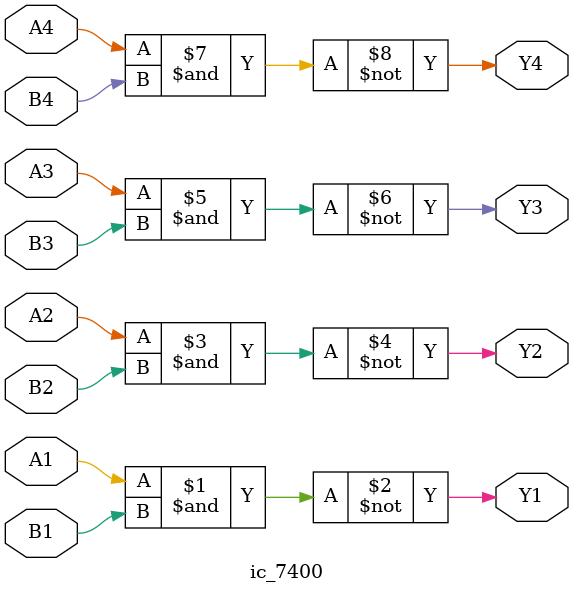
<source format=v>

module ic_7400(
    Y1, A1, B1,
    Y2, A2, B2,
    Y3, A3, B3,
    Y4, A4, B4);
    output Y1, Y2, Y3, Y4;
    input A1, B1, A2, B2, A3, B3, A4, B4;

    assign Y1 = ~(A1 & B1); 
    assign Y2 = ~(A2 & B2); 
    assign Y3 = ~(A3 & B3); 
    assign Y4 = ~(A4 & B4); 

endmodule

</source>
